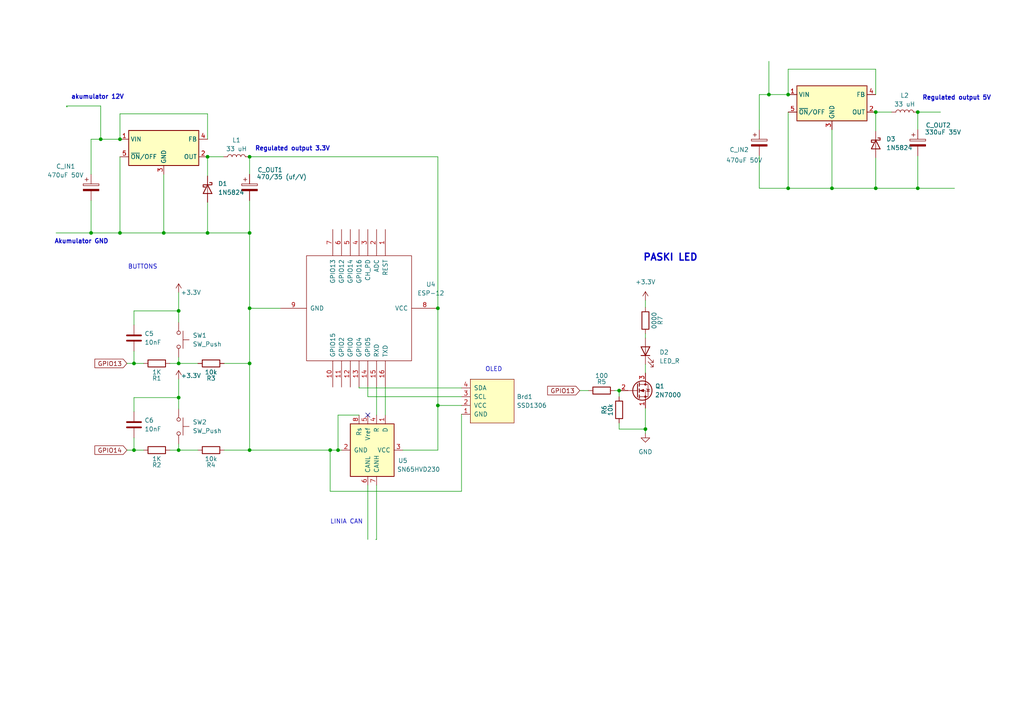
<source format=kicad_sch>
(kicad_sch (version 20230121) (generator eeschema)
  (paper "A4")
  (lib_symbols
    (symbol "Device:C" (pin_numbers hide) (pin_names (offset 0.254))
      (property "Reference" "C" (at 0.635 2.54 0))
      (property "Value" "C" (at 0.635 -2.54 0))
      (symbol "C_0_1"
        (polyline (pts (xy -2.032 -0.762) (xy 2.032 -0.762)) (stroke (width 0.508)))
        (polyline (pts (xy -2.032 0.762) (xy 2.032 0.762)) (stroke (width 0.508)))
      )
      (symbol "C_1_1"
        (pin passive line (at 0 3.81 270) (length 2.794) (name "~") (number "1"))
        (pin passive line (at 0 -3.81 90) (length 2.794) (name "~") (number "2"))
      )
    )
    (symbol "Device:C_Polarized" (pin_numbers hide) (pin_names (offset 0.254))
      (property "Reference" "C" (at 0.635 2.54 0))
      (property "Value" "C_Polarized" (at 0.635 -2.54 0))
      (symbol "C_Polarized_0_1"
        (rectangle (start -2.286 0.508) (end 2.286 1.016))
        (polyline (pts (xy -1.778 2.286) (xy -0.762 2.286)))
        (polyline (pts (xy -1.27 2.794) (xy -1.27 1.778)))
        (rectangle (start 2.286 -0.508) (end -2.286 -1.016) (fill (type outline)))
      )
      (symbol "C_Polarized_1_1"
        (pin passive line (at 0 3.81 270) (length 2.794) (name "~") (number "1"))
        (pin passive line (at 0 -3.81 90) (length 2.794) (name "~") (number "2"))
      )
    )
    (symbol "Device:D_Schottky" (pin_numbers hide) (pin_names (offset 1.016) hide)
      (property "Reference" "D" (at 0 2.54 0))
      (property "Value" "D_Schottky" (at 0 -2.54 0))
      (symbol "D_Schottky_0_1"
        (polyline (pts (xy 1.27 0) (xy -1.27 0)))
        (polyline (pts (xy 1.27 1.27) (xy 1.27 -1.27) (xy -1.27 0) (xy 1.27 1.27)) (stroke (width 0.254)))
        (polyline (pts (xy -1.905 0.635) (xy -1.905 1.27) (xy -1.27 1.27) (xy -1.27 -1.27) (xy -0.635 -1.27) (xy -0.635 -0.635)) (stroke (width 0.254)))
      )
      (symbol "D_Schottky_1_1"
        (pin passive line (at -3.81 0 0) (length 2.54) (name "K") (number "1"))
        (pin passive line (at 3.81 0 180) (length 2.54) (name "A") (number "2"))
      )
    )
    (symbol "Device:L" (pin_numbers hide) (pin_names (offset 1.016) hide)
      (property "Reference" "L" (at -1.27 0 90))
      (property "Value" "L" (at 1.905 0 90))
      (symbol "L_0_1"
        (arc (start 0 -2.54) (mid 0.6323 -1.905) (end 0 -1.27))
        (arc (start 0 -1.27) (mid 0.6323 -0.635) (end 0 0))
        (arc (start 0 0) (mid 0.6323 0.635) (end 0 1.27))
        (arc (start 0 1.27) (mid 0.6323 1.905) (end 0 2.54))
      )
      (symbol "L_1_1"
        (pin passive line (at 0 3.81 270) (length 1.27) (name "1") (number "1"))
        (pin passive line (at 0 -3.81 90) (length 1.27) (name "2") (number "2"))
      )
    )
    (symbol "Device:LED" (pin_numbers hide) (pin_names (offset 1.016) hide)
      (property "Reference" "D" (at 0 2.54 0))
      (property "Value" "LED" (at 0 -2.54 0))
      (symbol "LED_0_1"
        (polyline (pts (xy -1.27 -1.27) (xy -1.27 1.27)) (stroke (width 0.254)))
        (polyline (pts (xy -1.27 0) (xy 1.27 0)))
        (polyline (pts (xy 1.27 -1.27) (xy 1.27 1.27) (xy -1.27 0) (xy 1.27 -1.27)) (stroke (width 0.254)))
        (polyline (pts (xy -3.048 -0.762) (xy -4.572 -2.286) (xy -3.81 -2.286) (xy -4.572 -2.286) (xy -4.572 -1.524)))
        (polyline (pts (xy -1.778 -0.762) (xy -3.302 -2.286) (xy -2.54 -2.286) (xy -3.302 -2.286) (xy -3.302 -1.524)))
      )
      (symbol "LED_1_1"
        (pin passive line (at -3.81 0 0) (length 2.54) (name "K") (number "1"))
        (pin passive line (at 3.81 0 180) (length 2.54) (name "A") (number "2"))
      )
    )
    (symbol "Device:R" (pin_numbers hide) (pin_names (offset 0))
      (property "Reference" "R" (at 2.032 0 90))
      (property "Value" "R" (at 0 0 90))
      (symbol "R_0_1"
        (rectangle (start -1.016 -2.54) (end 1.016 2.54) (stroke (width 0.254)))
      )
      (symbol "R_1_1"
        (pin passive line (at 0 3.81 270) (length 1.27) (name "~") (number "1"))
        (pin passive line (at 0 -3.81 90) (length 1.27) (name "~") (number "2"))
      )
    )
    (symbol "ESP8266:ESP-12" (pin_names (offset 1.016))
      (property "Reference" "U" (at 0 -2.54 0))
      (property "Value" "ESP-12" (at 0 2.54 0))
      (symbol "ESP-12_1_0"
        (rectangle (start -15.24 -15.24) (end 15.24 15.24))
      )
      (symbol "ESP-12_1_1"
        (pin input line (at -22.86 7.62 0) (length 7.62) (name "REST") (number "1"))
        (pin bidirectional line (at 22.86 -7.62 180) (length 7.62) (name "GPIO15") (number "10"))
        (pin bidirectional line (at 22.86 -5.08 180) (length 7.62) (name "GPIO2") (number "11"))
        (pin bidirectional line (at 22.86 -2.54 180) (length 7.62) (name "GPIO0") (number "12"))
        (pin bidirectional line (at 22.86 0 180) (length 7.62) (name "GPIO4") (number "13"))
        (pin bidirectional line (at 22.86 2.54 180) (length 7.62) (name "GPIO5") (number "14"))
        (pin input line (at 22.86 5.08 180) (length 7.62) (name "RXD") (number "15"))
        (pin output line (at 22.86 7.62 180) (length 7.62) (name "TXD") (number "16"))
        (pin passive line (at -22.86 5.08 0) (length 7.62) (name "ADC") (number "2"))
        (pin input line (at -22.86 2.54 0) (length 7.62) (name "CH_PD") (number "3"))
        (pin bidirectional line (at -22.86 0 0) (length 7.62) (name "GPIO16") (number "4"))
        (pin bidirectional line (at -22.86 -2.54 0) (length 7.62) (name "GPIO14") (number "5"))
        (pin bidirectional line (at -22.86 -5.08 0) (length 7.62) (name "GPIO12") (number "6"))
        (pin bidirectional line (at -22.86 -7.62 0) (length 7.62) (name "GPIO13") (number "7"))
        (pin power_in line (at 0 22.86 270) (length 7.62) (name "VCC") (number "8"))
        (pin power_in line (at 0 -22.86 90) (length 7.62) (name "GND") (number "9"))
      )
    )
    (symbol "Interface_CAN_LIN:SN65HVD230" (pin_names (offset 1.016))
      (property "Reference" "U" (at -2.54 10.16 0))
      (property "Value" "SN65HVD230" (at -2.54 7.62 0))
      (symbol "SN65HVD230_0_1"
        (rectangle (start -7.62 5.08) (end 7.62 -7.62) (stroke (width 0.254)) (fill (type background)))
      )
      (symbol "SN65HVD230_1_1"
        (pin input line (at -10.16 2.54 0) (length 2.54) (name "D") (number "1"))
        (pin power_in line (at 0 -10.16 90) (length 2.54) (name "GND") (number "2"))
        (pin power_in line (at 0 7.62 270) (length 2.54) (name "VCC") (number "3"))
        (pin output line (at -10.16 0 0) (length 2.54) (name "R") (number "4"))
        (pin output line (at -10.16 -2.54 0) (length 2.54) (name "Vref") (number "5"))
        (pin bidirectional line (at 10.16 -2.54 180) (length 2.54) (name "CANL") (number "6"))
        (pin bidirectional line (at 10.16 0 180) (length 2.54) (name "CANH") (number "7"))
        (pin input line (at -10.16 -5.08 0) (length 2.54) (name "Rs") (number "8"))
      )
    )
    (symbol "Regulator_Switching:LM2596S-3.3"
      (property "Reference" "U" (at -10.16 6.35 0))
      (property "Value" "LM2596S-3.3" (at 0 6.35 0))
      (symbol "LM2596S-3.3_0_1"
        (rectangle (start -10.16 5.08) (end 10.16 -5.08) (stroke (width 0.254)) (fill (type background)))
      )
      (symbol "LM2596S-3.3_1_1"
        (pin power_in line (at -12.7 2.54 0) (length 2.54) (name "VIN") (number "1"))
        (pin output line (at 12.7 -2.54 180) (length 2.54) (name "OUT") (number "2"))
        (pin power_in line (at 0 -7.62 90) (length 2.54) (name "GND") (number "3"))
        (pin input line (at 12.7 2.54 180) (length 2.54) (name "FB") (number "4"))
        (pin input line (at -12.7 -2.54 0) (length 2.54) (name "~{ON}/OFF") (number "5"))
      )
    )
    (symbol "SSD1306-128x64_OLED:SSD1306" (pin_names (offset 1.016))
      (property "Reference" "Brd" (at 0 -3.81 0))
      (property "Value" "SSD1306" (at 0 -1.27 0))
      (symbol "SSD1306_0_1"
        (rectangle (start -6.35 6.35) (end 6.35 -6.35) (fill (type background)))
      )
      (symbol "SSD1306_1_1"
        (pin input line (at -3.81 8.89 270) (length 2.54) (name "GND") (number "1"))
        (pin input line (at -1.27 8.89 270) (length 2.54) (name "VCC") (number "2"))
        (pin input line (at 1.27 8.89 270) (length 2.54) (name "SCL") (number "3"))
        (pin input line (at 3.81 8.89 270) (length 2.54) (name "SDA") (number "4"))
      )
    )
    (symbol "Switch:SW_Push" (pin_numbers hide) (pin_names (offset 1.016) hide)
      (property "Reference" "SW" (at 1.27 2.54 0))
      (property "Value" "SW_Push" (at 0 -1.524 0))
      (symbol "SW_Push_0_1"
        (circle (center -2.032 0) (radius 0.508))
        (polyline (pts (xy 0 1.27) (xy 0 3.048)))
        (polyline (pts (xy 2.54 1.27) (xy -2.54 1.27)))
        (circle (center 2.032 0) (radius 0.508))
        (pin passive line (at -5.08 0 0) (length 2.54) (name "1") (number "1"))
        (pin passive line (at 5.08 0 180) (length 2.54) (name "2") (number "2"))
      )
    )
    (symbol "Transistor_FET:2N7000" (pin_names hide)
      (property "Reference" "Q" (at 5.08 1.905 0))
      (property "Value" "2N7000" (at 5.08 0 0))
      (symbol "2N7000_0_1"
        (polyline (pts (xy 0.254 0) (xy -2.54 0)))
        (polyline (pts (xy 0.254 1.905) (xy 0.254 -1.905)) (stroke (width 0.254)))
        (polyline (pts (xy 0.762 -1.27) (xy 0.762 -2.286)) (stroke (width 0.254)))
        (polyline (pts (xy 0.762 0.508) (xy 0.762 -0.508)) (stroke (width 0.254)))
        (polyline (pts (xy 0.762 2.286) (xy 0.762 1.27)) (stroke (width 0.254)))
        (polyline (pts (xy 2.54 2.54) (xy 2.54 1.778)))
        (polyline (pts (xy 2.54 -2.54) (xy 2.54 0) (xy 0.762 0)))
        (polyline (pts (xy 0.762 -1.778) (xy 3.302 -1.778) (xy 3.302 1.778) (xy 0.762 1.778)))
        (polyline (pts (xy 1.016 0) (xy 2.032 0.381) (xy 2.032 -0.381) (xy 1.016 0)) (fill (type outline)))
        (polyline (pts (xy 2.794 0.508) (xy 2.921 0.381) (xy 3.683 0.381) (xy 3.81 0.254)))
        (polyline (pts (xy 3.302 0.381) (xy 2.921 -0.254) (xy 3.683 -0.254) (xy 3.302 0.381)))
        (circle (center 1.651 0) (radius 2.794) (stroke (width 0.254)))
        (circle (center 2.54 -1.778) (radius 0.254) (fill (type outline)))
        (circle (center 2.54 1.778) (radius 0.254) (fill (type outline)))
      )
      (symbol "2N7000_1_1"
        (pin passive line (at 2.54 -5.08 90) (length 2.54) (name "S") (number "1"))
        (pin input line (at -5.08 0 0) (length 2.54) (name "G") (number "2"))
        (pin passive line (at 2.54 5.08 270) (length 2.54) (name "D") (number "3"))
      )
    )
    (symbol "power:+3.3V" (power) (pin_names (offset 0))
      (property "Value" "+3.3V" (at 0 3.556 0))
      (symbol "+3.3V_0_1"
        (polyline (pts (xy -0.762 1.27) (xy 0 2.54)))
        (polyline (pts (xy 0 0) (xy 0 2.54)))
        (polyline (pts (xy 0 2.54) (xy 0.762 1.27)))
      )
      (symbol "+3.3V_1_1"
        (pin power_in line (at 0 0 90) (length 0) hide (name "+3.3V") (number "1"))
      )
    )
    (symbol "power:GND" (power) (pin_names (offset 0))
      (property "Value" "GND" (at 0 -3.81 0))
      (symbol "GND_0_1"
        (polyline (pts (xy 0 0) (xy 0 -1.27) (xy 1.27 -1.27) (xy 0 -2.54) (xy -1.27 -1.27) (xy 0 -1.27)))
      )
      (symbol "GND_1_1"
        (pin power_in line (at 0 0 270) (length 0) hide (name "GND") (number "1"))
      )
    )
  )
  (junction (at 254 32.512))
  (junction (at 72.39 105.41))
  (junction (at 241.3 54.61))
  (junction (at 51.816 105.41))
  (junction (at 51.816 90.17))
  (junction (at 266.192 32.512))
  (junction (at 98.044 130.556))
  (junction (at 228.6 27.432))
  (junction (at 60.198 45.466))
  (junction (at 228.6 54.61))
  (junction (at 179.578 113.284))
  (junction (at 266.192 54.61))
  (junction (at 51.816 115.316))
  (junction (at 38.862 130.556))
  (junction (at 38.862 105.41))
  (junction (at 223.012 27.432))
  (junction (at 72.39 130.556))
  (junction (at 127 89.408))
  (junction (at 72.39 67.564))
  (junction (at 34.798 40.386))
  (junction (at 60.198 67.564))
  (junction (at 127 117.602))
  (junction (at 26.416 67.564))
  (junction (at 29.21 40.386))
  (junction (at 47.498 67.564))
  (junction (at 72.39 89.408))
  (junction (at 95.758 130.556))
  (junction (at 34.798 67.564))
  (junction (at 51.816 130.556))
  (junction (at 72.39 45.466))
  (junction (at 187.198 124.46))
  (junction (at 254 54.61))
  (no_connect (at 106.68 120.396))
  (wire (pts (xy 26.416 50.546) (xy 26.416 40.386)))
  (wire (pts (xy 38.862 115.316) (xy 51.816 115.316)))
  (wire (pts (xy 254 27.432) (xy 254 20.066)))
  (wire (pts (xy 127 117.602) (xy 127 130.556)))
  (wire (pts (xy 272.796 32.512) (xy 266.192 32.512)))
  (wire (pts (xy 133.858 142.494) (xy 95.758 142.494)))
  (wire (pts (xy 51.816 115.316) (xy 51.816 118.618)))
  (wire (pts (xy 254 45.72) (xy 254 54.61)))
  (wire (pts (xy 220.218 54.61) (xy 228.6 54.61)))
  (wire (pts (xy 38.862 115.316) (xy 38.862 119.38)))
  (wire (pts (xy 51.816 105.41) (xy 57.404 105.41)))
  (wire (pts (xy 254 32.512) (xy 258.572 32.512)))
  (wire (pts (xy 72.39 58.166) (xy 72.39 67.564)))
  (wire (pts (xy 98.044 130.556) (xy 95.758 130.556)))
  (wire (pts (xy 34.798 67.564) (xy 47.498 67.564)))
  (wire (pts (xy 98.044 120.396) (xy 104.14 120.396)))
  (wire (pts (xy 223.012 27.432) (xy 223.012 17.78)))
  (wire (pts (xy 72.39 45.466) (xy 127 45.466)))
  (wire (pts (xy 254 20.066) (xy 228.6 20.066)))
  (wire (pts (xy 178.308 113.284) (xy 179.578 113.284)))
  (wire (pts (xy 95.758 130.556) (xy 95.758 142.494)))
  (wire (pts (xy 127 89.408) (xy 127 45.466)))
  (wire (pts (xy 34.798 33.02) (xy 34.798 40.386)))
  (wire (pts (xy 99.06 130.556) (xy 98.044 130.556)))
  (wire (pts (xy 241.3 37.592) (xy 241.3 54.61)))
  (wire (pts (xy 36.83 105.41) (xy 38.862 105.41)))
  (wire (pts (xy 241.3 54.61) (xy 254 54.61)))
  (wire (pts (xy 38.862 90.17) (xy 38.862 94.234)))
  (wire (pts (xy 266.192 45.212) (xy 266.192 54.61)))
  (wire (pts (xy 47.498 67.564) (xy 60.198 67.564)))
  (wire (pts (xy 72.39 67.564) (xy 60.198 67.564)))
  (wire (pts (xy 51.816 128.778) (xy 51.816 130.556)))
  (wire (pts (xy 108.966 156.464) (xy 109.22 156.464)))
  (wire (pts (xy 187.198 89.154) (xy 187.198 87.122)))
  (wire (pts (xy 187.198 105.664) (xy 187.198 108.204)))
  (wire (pts (xy 29.21 40.386) (xy 29.21 30.734)))
  (wire (pts (xy 133.858 120.142) (xy 133.858 142.494)))
  (wire (pts (xy 19.304 30.734) (xy 29.21 30.734)))
  (wire (pts (xy 49.276 105.41) (xy 51.816 105.41)))
  (wire (pts (xy 179.578 124.46) (xy 187.198 124.46)))
  (wire (pts (xy 187.198 96.774) (xy 187.198 98.044)))
  (wire (pts (xy 104.14 112.268) (xy 104.14 112.522)))
  (wire (pts (xy 187.198 124.46) (xy 187.198 125.73)))
  (wire (pts (xy 228.6 32.512) (xy 228.6 54.61)))
  (wire (pts (xy 19.304 30.988) (xy 19.558 30.988)))
  (wire (pts (xy 38.862 101.854) (xy 38.862 105.41)))
  (wire (pts (xy 72.39 89.408) (xy 72.39 105.41)))
  (wire (pts (xy 38.862 127) (xy 38.862 130.556)))
  (wire (pts (xy 223.012 27.432) (xy 228.6 27.432)))
  (wire (pts (xy 228.6 20.066) (xy 228.6 27.432)))
  (wire (pts (xy 127 89.408) (xy 127 117.602)))
  (wire (pts (xy 72.39 67.564) (xy 72.39 89.408)))
  (wire (pts (xy 26.416 58.166) (xy 26.416 67.564)))
  (wire (pts (xy 35.306 40.386) (xy 34.798 40.386)))
  (wire (pts (xy 51.816 90.17) (xy 51.816 93.472)))
  (wire (pts (xy 229.108 27.432) (xy 228.6 27.432)))
  (wire (pts (xy 228.6 54.61) (xy 241.3 54.61)))
  (wire (pts (xy 60.198 58.674) (xy 60.198 67.564)))
  (wire (pts (xy 41.656 130.556) (xy 38.862 130.556)))
  (wire (pts (xy 81.28 89.408) (xy 72.39 89.408)))
  (wire (pts (xy 72.39 45.466) (xy 72.39 50.546)))
  (wire (pts (xy 106.68 140.716) (xy 106.68 156.464)))
  (wire (pts (xy 41.656 105.41) (xy 38.862 105.41)))
  (wire (pts (xy 34.798 45.466) (xy 34.798 67.564)))
  (wire (pts (xy 72.39 105.41) (xy 72.39 130.556)))
  (wire (pts (xy 47.498 50.546) (xy 47.498 67.564)))
  (wire (pts (xy 36.83 130.556) (xy 38.862 130.556)))
  (wire (pts (xy 49.276 130.556) (xy 51.816 130.556)))
  (wire (pts (xy 168.148 113.284) (xy 170.688 113.284)))
  (wire (pts (xy 29.21 40.386) (xy 34.798 40.386)))
  (wire (pts (xy 254 54.61) (xy 266.192 54.61)))
  (wire (pts (xy 98.044 120.396) (xy 98.044 130.556)))
  (wire (pts (xy 179.578 115.062) (xy 179.578 113.284)))
  (wire (pts (xy 19.304 30.734) (xy 19.304 30.988)))
  (wire (pts (xy 266.192 32.512) (xy 266.192 37.592)))
  (wire (pts (xy 51.816 109.982) (xy 51.816 115.316)))
  (wire (pts (xy 51.816 130.556) (xy 57.404 130.556)))
  (wire (pts (xy 116.84 130.556) (xy 127 130.556)))
  (wire (pts (xy 220.218 37.592) (xy 220.218 27.432)))
  (wire (pts (xy 38.862 90.17) (xy 51.816 90.17)))
  (wire (pts (xy 133.858 115.062) (xy 106.68 115.062)))
  (wire (pts (xy 266.192 54.61) (xy 276.86 54.61)))
  (wire (pts (xy 133.858 117.602) (xy 127 117.602)))
  (wire (pts (xy 60.198 40.386) (xy 60.198 33.02)))
  (wire (pts (xy 95.758 130.556) (xy 72.39 130.556)))
  (wire (pts (xy 111.76 112.268) (xy 111.76 120.396)))
  (wire (pts (xy 65.024 105.41) (xy 72.39 105.41)))
  (wire (pts (xy 220.218 45.212) (xy 220.218 54.61)))
  (wire (pts (xy 51.816 103.632) (xy 51.816 105.41)))
  (wire (pts (xy 16.256 67.564) (xy 26.416 67.564)))
  (wire (pts (xy 104.14 112.522) (xy 133.858 112.522)))
  (wire (pts (xy 60.198 45.466) (xy 60.198 51.054)))
  (wire (pts (xy 109.22 140.716) (xy 109.22 156.464)))
  (wire (pts (xy 220.218 27.432) (xy 223.012 27.432)))
  (wire (pts (xy 60.198 33.02) (xy 34.798 33.02)))
  (wire (pts (xy 109.22 112.268) (xy 109.22 120.396)))
  (wire (pts (xy 60.198 45.466) (xy 64.77 45.466)))
  (wire (pts (xy 106.68 115.062) (xy 106.68 112.268)))
  (wire (pts (xy 254 32.512) (xy 254 38.1)))
  (wire (pts (xy 26.416 40.386) (xy 29.21 40.386)))
  (wire (pts (xy 187.198 118.364) (xy 187.198 124.46)))
  (wire (pts (xy 179.578 124.46) (xy 179.578 122.682)))
  (wire (pts (xy 65.024 130.556) (xy 72.39 130.556)))
  (wire (pts (xy 51.816 84.836) (xy 51.816 90.17)))
  (wire (pts (xy 26.416 67.564) (xy 34.798 67.564)))
  (text "Akumulator GND\n" (at 15.748 70.866 0) (effects (font (size 1.27 1.27) bold) (justify left bottom)))
  (text "LINIA CAN\n" (at 95.758 152.146 0) (effects (font (size 1.27 1.27)) (justify left bottom)))
  (text "PASKI LED\n" (at 186.436 75.946 0) (effects (font (size 2 2) (thickness 0.4) bold) (justify left bottom)))
  (text "akumulator 12V" (at 20.574 28.956 0) (effects (font (size 1.27 1.27) (thickness 0.254) bold) (justify left bottom)))
  (text "Regulated output 3.3V\n" (at 73.914 43.942 0) (effects (font (size 1.27 1.27) bold) (justify left bottom)))
  (text "OLED\n" (at 140.716 107.95 0) (effects (font (size 1.27 1.27)) (justify left bottom)))
  (text "BUTTONS\n" (at 37.084 78.232 0) (effects (font (size 1.27 1.27)) (justify left bottom)))
  (text "Regulated output 5V\n" (at 267.462 29.21 0) (effects (font (size 1.27 1.27) bold) (justify left bottom)))
  (global_label "GPIO13" (shape input) (at 168.148 113.284 180) (property "Intersheetrefs" "${INTERSHEET_REFS}" (effects hide)))
  (global_label "GPIO14" (shape input) (at 36.83 130.556 180) (property "Intersheetrefs" "${INTERSHEET_REFS}" (effects hide)))
  (global_label "GPIO13" (shape input) (at 36.83 105.41 180) (property "Intersheetrefs" "${INTERSHEET_REFS}" (effects hide)))
  (symbol (lib_id "Regulator_Switching:LM2596S-3.3") (at 47.498 42.926 0) (unit 1)
    (property "Reference" "U2" (effects hide))
    (property "Value" "LM2596" (effects hide))
    (property "Footprint" "Package_TO_SOT_SMD:TO-263-5_TabPin3" (effects hide))
    (property "Datasheet" "http://www.ti.com/lit/ds/symlink/lm2596.pdf" (effects hide))
  )
  (symbol (lib_id "Device:C_Polarized") (at 220.218 41.402 0) (unit 1)
    (property "Reference" "C_IN2" (at 211.582 43.434 0) (effects (justify left)))
    (property "Value" "470uF 50V" (at 210.566 46.482 0) (effects (justify left)))
  )
  (symbol (lib_id "Switch:SW_Push") (at 51.816 123.698 270) (unit 1)
    (property "Reference" "SW2" (at 55.88 122.428 90) (effects (justify left)))
    (property "Value" "SW_Push" (at 55.88 124.968 90) (effects (justify left)))
  )
  (symbol (lib_id "Device:L") (at 68.58 45.466 90) (unit 1)
    (property "Reference" "L1" (at 68.58 40.64 90))
    (property "Value" "33 uH" (at 68.58 43.18 90))
  )
  (symbol (lib_id "Device:C") (at 38.862 123.19 0) (unit 1)
    (property "Reference" "C6" (at 41.91 121.92 0) (effects (justify left)))
    (property "Value" "10nF" (at 41.91 124.46 0) (effects (justify left)))
  )
  (symbol (lib_id "Interface_CAN_LIN:SN65HVD230") (at 109.22 130.556 270) (unit 1)
    (property "Reference" "U5" (at 116.84 133.604 90))
    (property "Value" "SN65HVD230" (at 121.412 136.144 90))
    (property "Footprint" "Package_SO:SOIC-8_3.9x4.9mm_P1.27mm" (effects hide))
  )
  (symbol (lib_id "power:GND") (at 187.198 125.73 0) (unit 1)
    (property "Reference" "#PWR09" (effects hide))
    (property "Value" "GND" (at 187.198 131.064 0))
  )
  (symbol (lib_id "Switch:SW_Push") (at 51.816 98.552 270) (unit 1)
    (property "Reference" "SW1" (at 55.88 97.282 90) (effects (justify left)))
    (property "Value" "SW_Push" (at 55.88 99.822 90) (effects (justify left)))
  )
  (symbol (lib_id "Device:C") (at 38.862 98.044 0) (unit 1)
    (property "Reference" "C5" (at 41.91 96.774 0) (effects (justify left)))
    (property "Value" "10nF" (at 41.91 99.314 0) (effects (justify left)))
  )
  (symbol (lib_id "Device:R") (at 179.578 118.872 0) (unit 1)
    (property "Reference" "R6" (at 175.26 118.872 90))
    (property "Value" "10k" (at 177.038 118.872 90))
  )
  (symbol (lib_id "Device:D_Schottky") (at 60.198 54.864 270) (unit 1)
    (property "Reference" "D1" (at 63.246 53.2765 90) (effects (justify left)))
    (property "Value" "1N5824" (at 63.246 55.8165 90) (effects (justify left)))
  )
  (symbol (lib_id "power:+3.3V") (at 51.816 109.982 0) (unit 1)
    (property "Reference" "#PWR07" (effects hide))
    (property "Value" "+3.3V" (at 55.372 108.966 0))
  )
  (symbol (lib_id "Device:R") (at 61.214 105.41 90) (unit 1)
    (property "Reference" "R3" (at 61.214 109.728 90))
    (property "Value" "10k" (at 61.214 107.95 90))
  )
  (symbol (lib_id "Device:C_Polarized") (at 72.39 54.356 0) (unit 1)
    (property "Reference" "C_OUT1" (at 74.676 49.276 0) (effects (justify left)))
    (property "Value" "470/35 (uf/V)" (at 74.422 51.308 0) (effects (justify left)))
  )
  (symbol (lib_id "power:+3.3V") (at 51.816 84.836 0) (unit 1)
    (property "Reference" "#PWR06" (effects hide))
    (property "Value" "+3.3V" (at 55.372 84.836 0))
  )
  (symbol (lib_id "Transistor_FET:2N7000") (at 184.658 113.284 0) (unit 1)
    (property "Reference" "Q1" (at 189.992 112.014 0) (effects (justify left)))
    (property "Value" "2N7000" (at 189.992 114.554 0) (effects (justify left)))
    (property "Footprint" "Package_TO_SOT_THT:TO-92_Inline" (effects hide))
    (property "Datasheet" "https://www.vishay.com/docs/70226/70226.pdf" (effects hide))
  )
  (symbol (lib_id "SSD1306-128x64_OLED:SSD1306") (at 142.748 116.332 90) (unit 1)
    (property "Reference" "Brd1" (at 149.86 115.062 90) (effects (justify right)))
    (property "Value" "SSD1306" (at 149.86 117.602 90) (effects (justify right)))
  )
  (symbol (lib_id "Device:D_Schottky") (at 254 41.91 270) (unit 1)
    (property "Reference" "D3" (at 257.048 40.3225 90) (effects (justify left)))
    (property "Value" "1N5824" (at 257.048 42.8625 90) (effects (justify left)))
  )
  (symbol (lib_id "Device:C_Polarized") (at 266.192 41.402 0) (unit 1)
    (property "Reference" "C_OUT2" (at 268.478 36.322 0) (effects (justify left)))
    (property "Value" "330uF 35V" (at 268.224 38.354 0) (effects (justify left)))
  )
  (symbol (lib_id "Device:L") (at 262.382 32.512 90) (unit 1)
    (property "Reference" "L2" (at 262.382 27.686 90))
    (property "Value" "33 uH" (at 262.382 30.226 90))
  )
  (symbol (lib_id "Device:C_Polarized") (at 26.416 54.356 0) (unit 1)
    (property "Reference" "C_IN1" (at 16.256 48.26 0) (effects (justify left)))
    (property "Value" "470uF 50V" (at 13.716 50.8 0) (effects (justify left)))
  )
  (symbol (lib_id "ESP8266:ESP-12") (at 104.14 89.408 270) (unit 1)
    (property "Reference" "U4" (at 124.968 82.4799 90))
    (property "Value" "ESP-12" (at 124.968 85.0199 90))
  )
  (symbol (lib_id "Device:LED") (at 187.198 101.854 90) (unit 1)
    (property "Reference" "D2" (at 191.262 102.1715 90) (effects (justify right)))
    (property "Value" "LED_R" (at 191.262 104.7115 90) (effects (justify right)))
  )
  (symbol (lib_id "Device:R") (at 187.198 92.964 180) (unit 1)
    (property "Reference" "R7" (at 191.516 92.964 90))
    (property "Value" "0000" (at 189.738 92.964 90))
  )
  (symbol (lib_id "Device:R") (at 174.498 113.284 90) (unit 1)
    (property "Reference" "R5" (at 174.498 110.744 90))
    (property "Value" "100" (at 174.498 108.966 90))
  )
  (symbol (lib_id "Device:R") (at 45.466 130.556 90) (unit 1)
    (property "Reference" "R2" (at 45.466 134.874 90))
    (property "Value" "1K" (at 45.466 133.096 90))
  )
  (symbol (lib_id "Device:R") (at 61.214 130.556 90) (unit 1)
    (property "Reference" "R4" (at 61.214 134.874 90))
    (property "Value" "10k" (at 61.214 133.096 90))
  )
  (symbol (lib_id "Regulator_Switching:LM2596S-3.3") (at 241.3 29.972 0) (unit 1)
    (property "Reference" "U6" (effects hide))
    (property "Value" "LM2596" (effects hide))
    (property "Footprint" "Package_TO_SOT_SMD:TO-263-5_TabPin3" (effects hide))
    (property "Datasheet" "http://www.ti.com/lit/ds/symlink/lm2596.pdf" (effects hide))
  )
  (symbol (lib_id "Device:R") (at 45.466 105.41 90) (unit 1)
    (property "Reference" "R1" (at 45.466 109.728 90))
    (property "Value" "1K" (at 45.466 107.95 90))
  )
  (symbol (lib_id "power:+3.3V") (at 187.198 87.122 0) (unit 1)
    (property "Reference" "#PWR08" (effects hide))
    (property "Value" "+3.3V" (at 187.198 81.788 0))
  )
)
</source>
